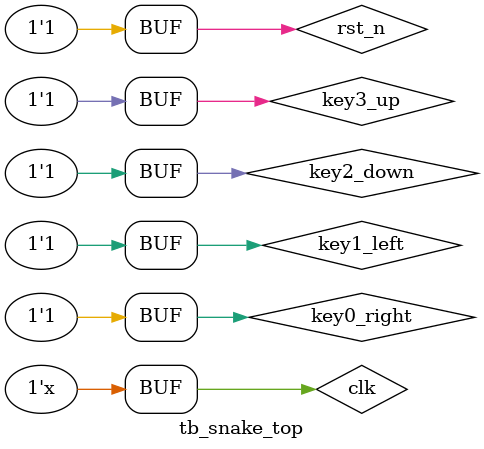
<source format=v>
`timescale 1ns / 1ps

module tb_snake_top();

    reg clk;
    reg rst_n;

    reg key0_right;
    reg key1_left;
    reg key2_down;
    reg key3_up;

    wire vga_hsync;
    wire vga_vsync;
    wire [15:0] rgb;
    wire stcp;
    wire shcp;
    wire ds;
    wire oe;
    wire LED;

    snake_top uut (
        .clk(clk),
        .rst_n(rst_n),
        .key0_right(key0_right),
        .key1_left(key1_left),
        .key2_down(key2_down),
        .key3_up(key3_up),
        .vga_hsync(vga_hsync),
        .vga_vsync(vga_vsync),
        .rgb(rgb),
        .stcp(stcp),
        .shcp(shcp),
        .ds(ds),
        .oe(oe),
        .LED(LED)
    );
	
	initial
	begin
	clk = 1'b0;
	end
	
	//clk:产生时钟
	always #20 clk <= ~clk;	 
	 
	initial begin
		rst_n = 0;
		#80;
		rst_n = 1;
	
		key0_right = 1;
		key1_left = 1;
		key2_down = 1;
		key3_up = 1;
	
		#60000000
		
		#2000 key0_right = 0;
		#2000 key0_right = 1;
		#100 key0_right = 0;
		#300000 key0_right = 1;
	
		#2000 key1_left = 0;
		#2000 key1_left = 1;
		#100 key1_left = 0;
		#300000 key1_left = 1;
	
		#2000 key2_down = 0;
		#2000 key2_down = 1;
		#100 key2_down = 0;
		#300000 key2_down = 1;
	
		#2000 key3_up = 0;
		#2000 key3_up = 1;
		#100 key3_up = 0;
		#300000 key3_up = 1;
	
	end
	
	initial begin
		$monitor("Time = %0t, vga_hsync = %b, vga_vsync = %b, LED = %b", $time, vga_hsync, vga_vsync, LED);
	end
	
endmodule
</source>
